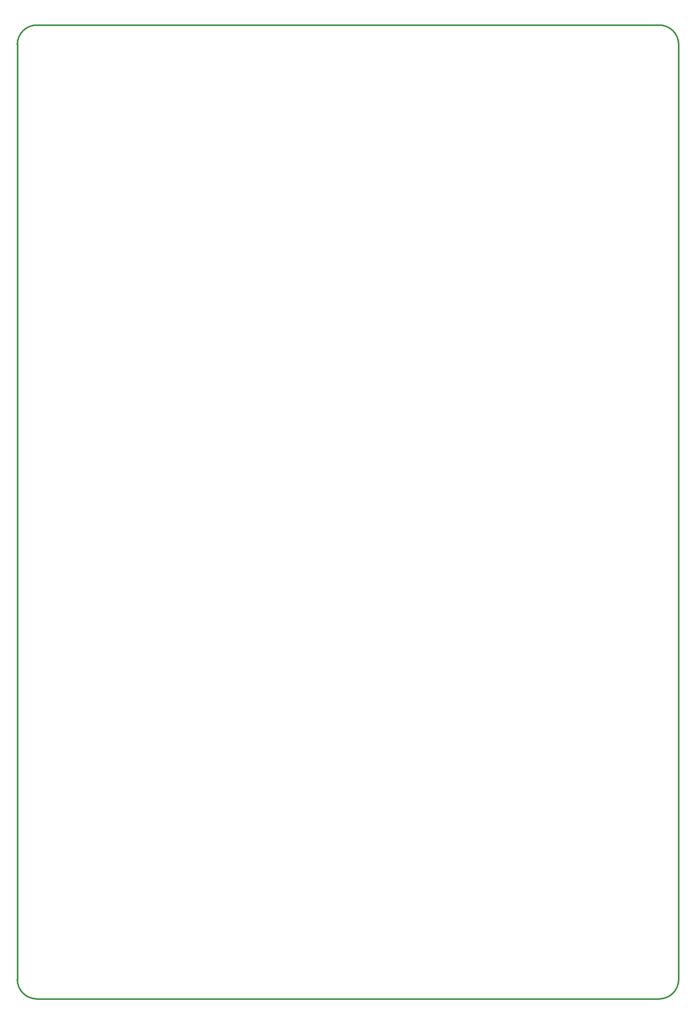
<source format=gko>
%FSLAX33Y33*%
%MOMM*%
%ADD10C,0.381*%
D10*
%LNpath-0*%
G01*
X5000Y0D02*
X165000Y0D01*
G75*
G03*
X165000Y0D02*
X170000Y5000I0J5000D01*
G01*
X170000Y5000D02*
X170000Y245000D01*
G75*
G03*
X170000Y245000D02*
X165000Y250000I-5000J0D01*
G01*
X165000Y250000D02*
X5000Y250000D01*
G75*
G03*
X5000Y250000D02*
X0Y245000I0J-5000D01*
G01*
X0Y245000D02*
X0Y5000D01*
G75*
G03*
X0Y5000D02*
X5000Y0I5000J0D01*
G01*
X5000Y0D02*
X5000Y0D01*
%LNmechanical details_traces*%
M02*
</source>
